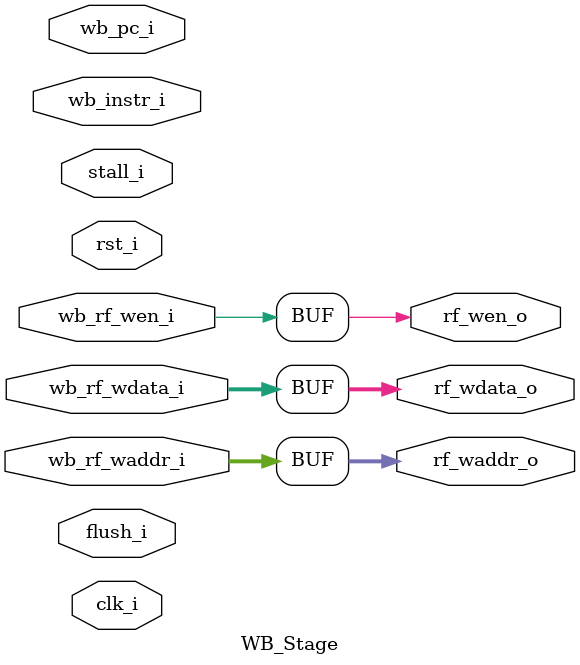
<source format=sv>
module WB_Stage (
    input wire clk_i,
    input wire rst_i,

    // signals from MEM stage
    input wire [31:0] wb_pc_i,
    input wire [31:0] wb_instr_i,
    input wire [31:0] wb_rf_wdata_i,
    input wire [ 4:0] wb_rf_waddr_i,
    input wire        wb_rf_wen_i,

    // stall signal and flush signal
    input wire stall_i,
    input wire flush_i,

    // signals to regfile
    output reg [31:0] rf_wdata_o,
    output reg [ 4:0] rf_waddr_o,
    output reg        rf_wen_o
);
    // TODO: stall signal and flush signal
    always_comb begin
        rf_wen_o = wb_rf_wen_i;
        rf_waddr_o = wb_rf_waddr_i;
        rf_wdata_o = wb_rf_wdata_i;
    end

endmodule
</source>
